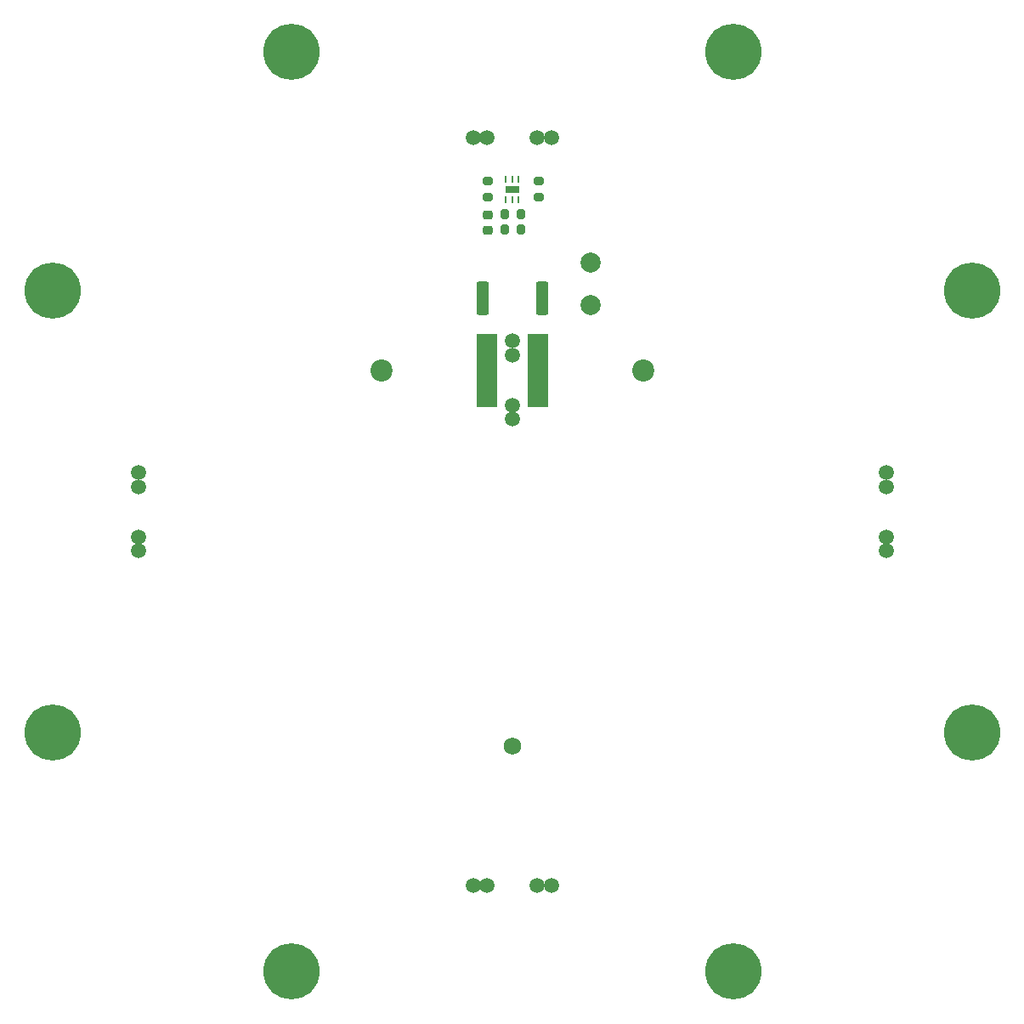
<source format=gbr>
%TF.GenerationSoftware,KiCad,Pcbnew,8.0.5*%
%TF.CreationDate,2025-02-27T20:38:44-05:00*%
%TF.ProjectId,Z-,5a2d2e6b-6963-4616-945f-706362585858,rev?*%
%TF.SameCoordinates,Original*%
%TF.FileFunction,Soldermask,Top*%
%TF.FilePolarity,Negative*%
%FSLAX46Y46*%
G04 Gerber Fmt 4.6, Leading zero omitted, Abs format (unit mm)*
G04 Created by KiCad (PCBNEW 8.0.5) date 2025-02-27 20:38:44*
%MOMM*%
%LPD*%
G01*
G04 APERTURE LIST*
G04 Aperture macros list*
%AMRoundRect*
0 Rectangle with rounded corners*
0 $1 Rounding radius*
0 $2 $3 $4 $5 $6 $7 $8 $9 X,Y pos of 4 corners*
0 Add a 4 corners polygon primitive as box body*
4,1,4,$2,$3,$4,$5,$6,$7,$8,$9,$2,$3,0*
0 Add four circle primitives for the rounded corners*
1,1,$1+$1,$2,$3*
1,1,$1+$1,$4,$5*
1,1,$1+$1,$6,$7*
1,1,$1+$1,$8,$9*
0 Add four rect primitives between the rounded corners*
20,1,$1+$1,$2,$3,$4,$5,0*
20,1,$1+$1,$4,$5,$6,$7,0*
20,1,$1+$1,$6,$7,$8,$9,0*
20,1,$1+$1,$8,$9,$2,$3,0*%
G04 Aperture macros list end*
%ADD10C,0.762000*%
%ADD11C,3.800000*%
%ADD12C,5.600000*%
%ADD13C,1.727200*%
%ADD14C,2.200000*%
%ADD15R,2.000000X7.400000*%
%ADD16C,2.000000*%
%ADD17RoundRect,0.200000X-0.275000X0.200000X-0.275000X-0.200000X0.275000X-0.200000X0.275000X0.200000X0*%
%ADD18C,1.500000*%
%ADD19R,0.254000X0.660400*%
%ADD20R,1.447800X0.762000*%
%ADD21RoundRect,0.200000X0.275000X-0.200000X0.275000X0.200000X-0.275000X0.200000X-0.275000X-0.200000X0*%
%ADD22RoundRect,0.200000X0.200000X0.275000X-0.200000X0.275000X-0.200000X-0.275000X0.200000X-0.275000X0*%
%ADD23RoundRect,0.250000X-0.362500X-1.425000X0.362500X-1.425000X0.362500X1.425000X-0.362500X1.425000X0*%
%ADD24RoundRect,0.225000X0.250000X-0.225000X0.250000X0.225000X-0.250000X0.225000X-0.250000X-0.225000X0*%
G04 APERTURE END LIST*
D10*
%TO.C,H2*%
X106520000Y-75860000D03*
X104964250Y-75215750D03*
X108075750Y-75215750D03*
X104320000Y-73660000D03*
D11*
X106520000Y-73660000D03*
D12*
X106520000Y-73660000D03*
D10*
X108720000Y-73660000D03*
X104964250Y-72104250D03*
X108075750Y-72104250D03*
X106520000Y-71460000D03*
%TD*%
D13*
%TO.C,AE3*%
X152319600Y-119046599D03*
%TD*%
D14*
%TO.C,AE2*%
X139279600Y-81585000D03*
D15*
X149779600Y-81585000D03*
%TD*%
D16*
%TO.C,H9*%
X160147000Y-70787000D03*
%TD*%
D17*
%TO.C,R72*%
X154940000Y-62675000D03*
X154940000Y-64325000D03*
%TD*%
D16*
%TO.C,H10*%
X160147000Y-75057000D03*
%TD*%
D14*
%TO.C,AE1*%
X165359599Y-81585000D03*
D15*
X154859599Y-81585000D03*
%TD*%
D18*
%TO.C,JP3*%
X152319600Y-86450000D03*
X152319600Y-85050000D03*
X152319600Y-80050000D03*
X152319600Y-78650000D03*
%TD*%
D10*
%TO.C,H8*%
X130320000Y-143660000D03*
X128764250Y-143015750D03*
X131875750Y-143015750D03*
X128120000Y-141460000D03*
D11*
X130320000Y-141460000D03*
D12*
X130320000Y-141460000D03*
D10*
X132520000Y-141460000D03*
X128764250Y-139904250D03*
X131875750Y-139904250D03*
X130320000Y-139260000D03*
%TD*%
%TO.C,H5*%
X198120000Y-75860000D03*
X196564250Y-75215750D03*
X199675750Y-75215750D03*
X195920000Y-73660000D03*
D11*
X198120000Y-73660000D03*
D12*
X198120000Y-73660000D03*
D10*
X200320000Y-73660000D03*
X196564250Y-72104250D03*
X199675750Y-72104250D03*
X198120000Y-71460000D03*
%TD*%
%TO.C,H7*%
X174320000Y-143660000D03*
X172764250Y-143015750D03*
X175875750Y-143015750D03*
X172120000Y-141460000D03*
D11*
X174320000Y-141460000D03*
D12*
X174320000Y-141460000D03*
D10*
X176520000Y-141460000D03*
X172764250Y-139904250D03*
X175875750Y-139904250D03*
X174320000Y-139260000D03*
%TD*%
D19*
%TO.C,U1*%
X151668721Y-64579500D03*
X152318720Y-64579500D03*
X152968719Y-64579500D03*
X152968719Y-62522100D03*
X152318720Y-62522100D03*
X151668721Y-62522100D03*
D20*
X152318720Y-63550800D03*
%TD*%
D21*
%TO.C,R71*%
X149860000Y-64325000D03*
X149860000Y-62675000D03*
%TD*%
D22*
%TO.C,R26*%
X153225000Y-67564000D03*
X151575000Y-67564000D03*
%TD*%
%TO.C,R25*%
X153225000Y-66040000D03*
X151575000Y-66040000D03*
%TD*%
D18*
%TO.C,JP1*%
X115062880Y-99559140D03*
X115062880Y-98159140D03*
X115062880Y-93159140D03*
X115062880Y-91759140D03*
%TD*%
D10*
%TO.C,H4*%
X174320000Y-52060000D03*
X172764250Y-51415750D03*
X175875750Y-51415750D03*
X172120000Y-49860000D03*
D11*
X174320000Y-49860000D03*
D12*
X174320000Y-49860000D03*
D10*
X176520000Y-49860000D03*
X172764250Y-48304250D03*
X175875750Y-48304250D03*
X174320000Y-47660000D03*
%TD*%
D23*
%TO.C,R61*%
X149357100Y-74422000D03*
X155282100Y-74422000D03*
%TD*%
D10*
%TO.C,H3*%
X130320000Y-52060000D03*
X128764250Y-51415750D03*
X131875750Y-51415750D03*
X128120000Y-49860000D03*
D11*
X130320000Y-49860000D03*
D12*
X130320000Y-49860000D03*
D10*
X132520000Y-49860000D03*
X128764250Y-48304250D03*
X131875750Y-48304250D03*
X130320000Y-47660000D03*
%TD*%
D18*
%TO.C,JP5*%
X148419600Y-58402420D03*
X149819600Y-58402420D03*
X154819600Y-58402420D03*
X156219600Y-58402420D03*
%TD*%
D24*
%TO.C,C5*%
X149860000Y-67627800D03*
X149860000Y-66077800D03*
%TD*%
D10*
%TO.C,H1*%
X106520000Y-119860000D03*
X104964250Y-119215750D03*
X108075750Y-119215750D03*
X104320000Y-117660000D03*
D11*
X106520000Y-117660000D03*
D12*
X106520000Y-117660000D03*
D10*
X108720000Y-117660000D03*
X104964250Y-116104250D03*
X108075750Y-116104250D03*
X106520000Y-115460000D03*
%TD*%
%TO.C,H6*%
X198120000Y-119860000D03*
X196564250Y-119215750D03*
X199675750Y-119215750D03*
X195920000Y-117660000D03*
D11*
X198120000Y-117660000D03*
D12*
X198120000Y-117660000D03*
D10*
X200320000Y-117660000D03*
X196564250Y-116104250D03*
X199675750Y-116104250D03*
X198120000Y-115460000D03*
%TD*%
D18*
%TO.C,JP2*%
X149820860Y-132916721D03*
X148420860Y-132916721D03*
X156220860Y-132916721D03*
X154820860Y-132916721D03*
%TD*%
%TO.C,JP4*%
X189577580Y-98160000D03*
X189577580Y-99560000D03*
X189577580Y-91760000D03*
X189577580Y-93160000D03*
%TD*%
M02*

</source>
